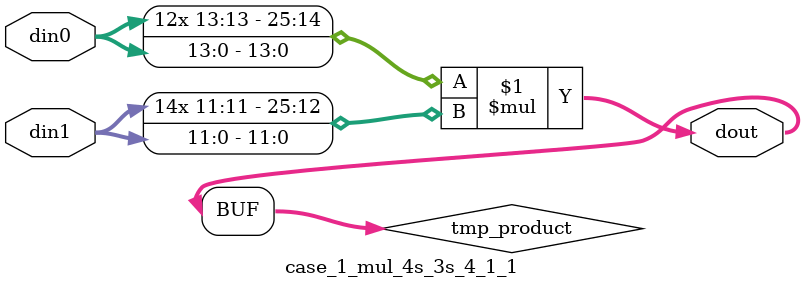
<source format=v>

`timescale 1 ns / 1 ps

 module case_1_mul_4s_3s_4_1_1(din0, din1, dout);
parameter ID = 1;
parameter NUM_STAGE = 0;
parameter din0_WIDTH = 14;
parameter din1_WIDTH = 12;
parameter dout_WIDTH = 26;

input [din0_WIDTH - 1 : 0] din0; 
input [din1_WIDTH - 1 : 0] din1; 
output [dout_WIDTH - 1 : 0] dout;

wire signed [dout_WIDTH - 1 : 0] tmp_product;



























assign tmp_product = $signed(din0) * $signed(din1);








assign dout = tmp_product;





















endmodule

</source>
